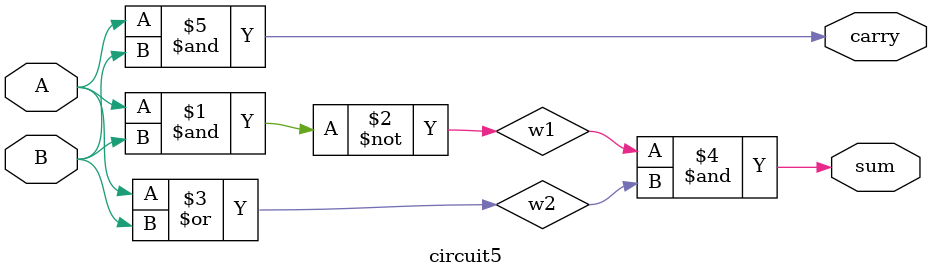
<source format=v>
module circuit5 (input A, B, output sum, carry);
    wire w1;
    // w1 = nand(A,B)
    wire w2;
    // w2 = or(A,B)

    nand (w1,A,B);
    or (w2,A,B);
    and (sum,w1,w2);
    and (carry,A,B);
    
endmodule
</source>
